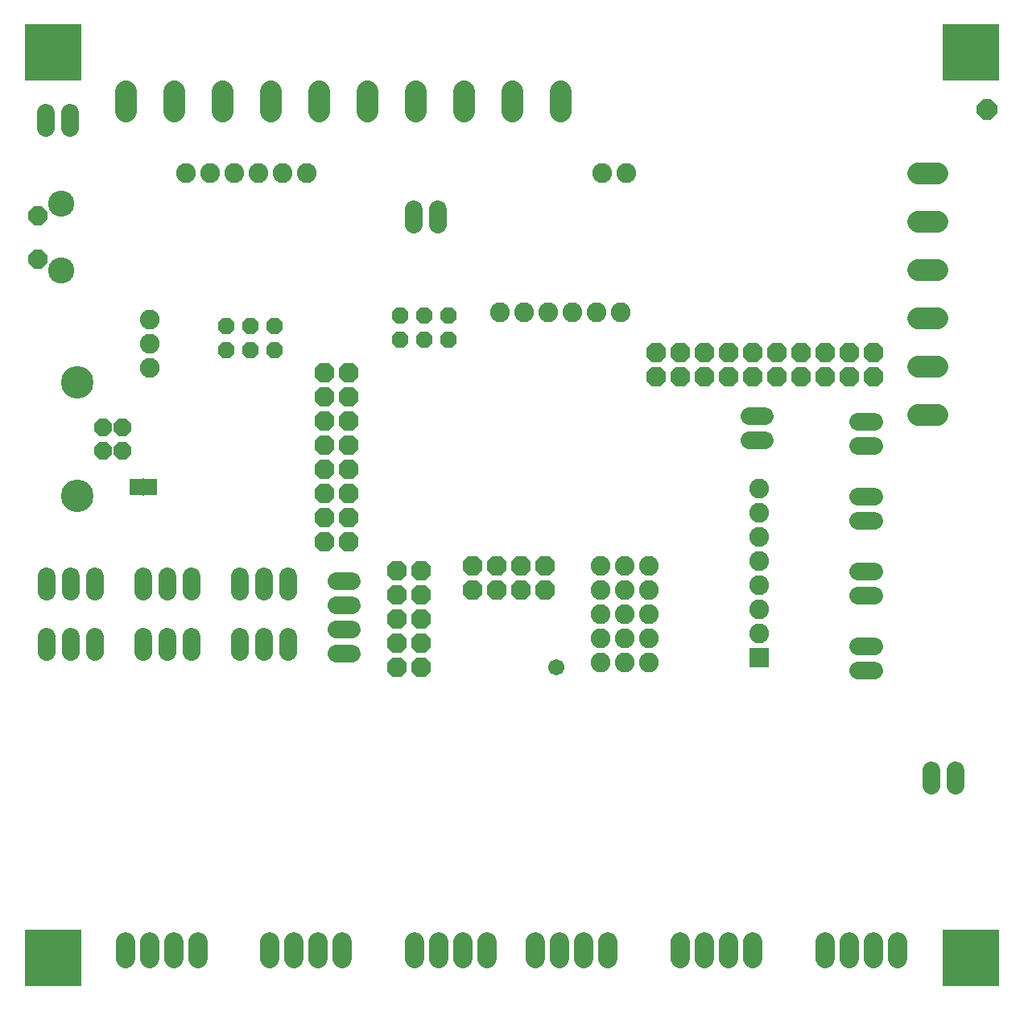
<source format=gbs>
G75*
G70*
%OFA0B0*%
%FSLAX24Y24*%
%IPPOS*%
%LPD*%
%AMOC8*
5,1,8,0,0,1.08239X$1,22.5*
%
%ADD10OC8,0.0694*%
%ADD11OC8,0.0740*%
%ADD12C,0.1346*%
%ADD13R,0.0540X0.0710*%
%ADD14R,0.0060X0.0720*%
%ADD15C,0.0792*%
%ADD16C,0.0720*%
%ADD17R,0.2380X0.2380*%
%ADD18OC8,0.0780*%
%ADD19C,0.1080*%
%ADD20C,0.0905*%
%ADD21R,0.0820X0.0820*%
%ADD22C,0.0820*%
%ADD23OC8,0.0820*%
%ADD24OC8,0.0840*%
%ADD25C,0.0671*%
D10*
X015506Y035338D03*
X016506Y035338D03*
X016506Y036338D03*
X015506Y036338D03*
X017506Y036338D03*
X017506Y035338D03*
X022706Y035788D03*
X023706Y035788D03*
X024706Y035788D03*
X024706Y036788D03*
X023706Y036788D03*
X022706Y036788D03*
D11*
X011185Y032155D03*
X010398Y032155D03*
X010398Y031171D03*
X011185Y031171D03*
D12*
X009331Y029301D03*
X009331Y034025D03*
D13*
X011781Y029663D03*
X012381Y029663D03*
D14*
X012081Y029663D03*
D15*
X012331Y010849D02*
X012331Y010137D01*
X013331Y010137D02*
X013331Y010849D01*
X014331Y010849D02*
X014331Y010137D01*
X017304Y010137D02*
X017304Y010849D01*
X018304Y010849D02*
X018304Y010137D01*
X019304Y010137D02*
X019304Y010849D01*
X020304Y010849D02*
X020304Y010137D01*
X023304Y010137D02*
X023304Y010849D01*
X024304Y010849D02*
X024304Y010137D01*
X025304Y010137D02*
X025304Y010849D01*
X026304Y010849D02*
X026304Y010137D01*
X028304Y010137D02*
X028304Y010849D01*
X029304Y010849D02*
X029304Y010137D01*
X030304Y010137D02*
X030304Y010849D01*
X031304Y010849D02*
X031304Y010137D01*
X034304Y010137D02*
X034304Y010849D01*
X035304Y010849D02*
X035304Y010137D01*
X036304Y010137D02*
X036304Y010849D01*
X037304Y010849D02*
X037304Y010137D01*
X040304Y010137D02*
X040304Y010849D01*
X041304Y010849D02*
X041304Y010137D01*
X042304Y010137D02*
X042304Y010849D01*
X043304Y010849D02*
X043304Y010137D01*
X011331Y010137D02*
X011331Y010849D01*
D16*
X012081Y022843D02*
X012081Y023483D01*
X013081Y023483D02*
X013081Y022843D01*
X014081Y022843D02*
X014081Y023483D01*
X014081Y025343D02*
X014081Y025983D01*
X013081Y025983D02*
X013081Y025343D01*
X012081Y025343D02*
X012081Y025983D01*
X010081Y025983D02*
X010081Y025343D01*
X009081Y025343D02*
X009081Y025983D01*
X008081Y025983D02*
X008081Y025343D01*
X008081Y023483D02*
X008081Y022843D01*
X009081Y022843D02*
X009081Y023483D01*
X010081Y023483D02*
X010081Y022843D01*
X016081Y022843D02*
X016081Y023483D01*
X017081Y023483D02*
X017081Y022843D01*
X018081Y022843D02*
X018081Y023483D01*
X018081Y025343D02*
X018081Y025983D01*
X017081Y025983D02*
X017081Y025343D01*
X016081Y025343D02*
X016081Y025983D01*
X020050Y025780D02*
X020690Y025780D01*
X020690Y024780D02*
X020050Y024780D01*
X020050Y023780D02*
X020690Y023780D01*
X020690Y022780D02*
X020050Y022780D01*
X037165Y031620D02*
X037805Y031620D01*
X037805Y032620D02*
X037165Y032620D01*
X041675Y032365D02*
X042315Y032365D01*
X042315Y031365D02*
X041675Y031365D01*
X041675Y029265D02*
X042315Y029265D01*
X042315Y028265D02*
X041675Y028265D01*
X041675Y026165D02*
X042315Y026165D01*
X042315Y025165D02*
X041675Y025165D01*
X041675Y023065D02*
X042315Y023065D01*
X042315Y022065D02*
X041675Y022065D01*
X044708Y017952D02*
X044708Y017312D01*
X045708Y017312D02*
X045708Y017952D01*
X024256Y040543D02*
X024256Y041183D01*
X023256Y041183D02*
X023256Y040543D01*
X009018Y044530D02*
X009018Y045170D01*
X008018Y045170D02*
X008018Y044530D01*
D17*
X008331Y010163D03*
X008331Y047663D03*
X046331Y047663D03*
X046331Y010163D03*
D18*
X007691Y039123D03*
X007691Y040903D03*
D19*
X008671Y041393D03*
X008671Y038633D03*
D20*
X011331Y045250D02*
X011331Y046075D01*
X013331Y046075D02*
X013331Y045250D01*
X015331Y045250D02*
X015331Y046075D01*
X017331Y046075D02*
X017331Y045250D01*
X019331Y045250D02*
X019331Y046075D01*
X021331Y046075D02*
X021331Y045250D01*
X023331Y045250D02*
X023331Y046075D01*
X025331Y046075D02*
X025331Y045250D01*
X027331Y045250D02*
X027331Y046075D01*
X029331Y046075D02*
X029331Y045250D01*
X044118Y042663D02*
X044943Y042663D01*
X044943Y040663D02*
X044118Y040663D01*
X044118Y038663D02*
X044943Y038663D01*
X044943Y036663D02*
X044118Y036663D01*
X044118Y034663D02*
X044943Y034663D01*
X044943Y032663D02*
X044118Y032663D01*
D21*
X037581Y022598D03*
D22*
X037581Y023598D03*
X037581Y024598D03*
X037581Y025598D03*
X037581Y026598D03*
X037581Y027598D03*
X037581Y028598D03*
X037581Y029598D03*
X033012Y026413D03*
X032012Y026413D03*
X031012Y026413D03*
X031012Y025413D03*
X031012Y024413D03*
X031012Y023413D03*
X031012Y022413D03*
X032012Y022413D03*
X032012Y023413D03*
X032012Y024413D03*
X032012Y025413D03*
X033012Y025413D03*
X033012Y024413D03*
X033012Y023413D03*
X033012Y022413D03*
X031831Y036913D03*
X030831Y036913D03*
X029831Y036913D03*
X028831Y036913D03*
X027831Y036913D03*
X026831Y036913D03*
X031081Y042663D03*
X032081Y042663D03*
X018831Y042663D03*
X017831Y042663D03*
X016831Y042663D03*
X015831Y042663D03*
X014831Y042663D03*
X013831Y042663D03*
X012331Y036600D03*
X012331Y035600D03*
X012331Y034600D03*
D23*
X019581Y034413D03*
X020581Y034413D03*
X020581Y033413D03*
X020581Y032413D03*
X020581Y031413D03*
X020581Y030413D03*
X020581Y029413D03*
X020581Y028413D03*
X020581Y027413D03*
X019581Y027413D03*
X019581Y028413D03*
X019581Y029413D03*
X019581Y030413D03*
X019581Y031413D03*
X019581Y032413D03*
X019581Y033413D03*
X022581Y026202D03*
X022581Y025202D03*
X022581Y024202D03*
X022581Y023202D03*
X023581Y023202D03*
X023581Y024202D03*
X023581Y025202D03*
X023581Y026202D03*
X025706Y026413D03*
X026706Y026413D03*
X027706Y026413D03*
X027706Y025413D03*
X026706Y025413D03*
X025706Y025413D03*
X028706Y025413D03*
X028706Y026413D03*
X023581Y022202D03*
X022581Y022202D03*
X033288Y034235D03*
X033288Y035235D03*
X034288Y035235D03*
X035288Y035235D03*
X036288Y035235D03*
X037288Y035235D03*
X038288Y035235D03*
X039288Y035235D03*
X040288Y035235D03*
X041288Y035235D03*
X042288Y035235D03*
X042288Y034235D03*
X041288Y034235D03*
X040288Y034235D03*
X039288Y034235D03*
X038288Y034235D03*
X037288Y034235D03*
X036288Y034235D03*
X035288Y034235D03*
X034288Y034235D03*
D24*
X046985Y045324D03*
D25*
X029160Y022202D03*
M02*

</source>
